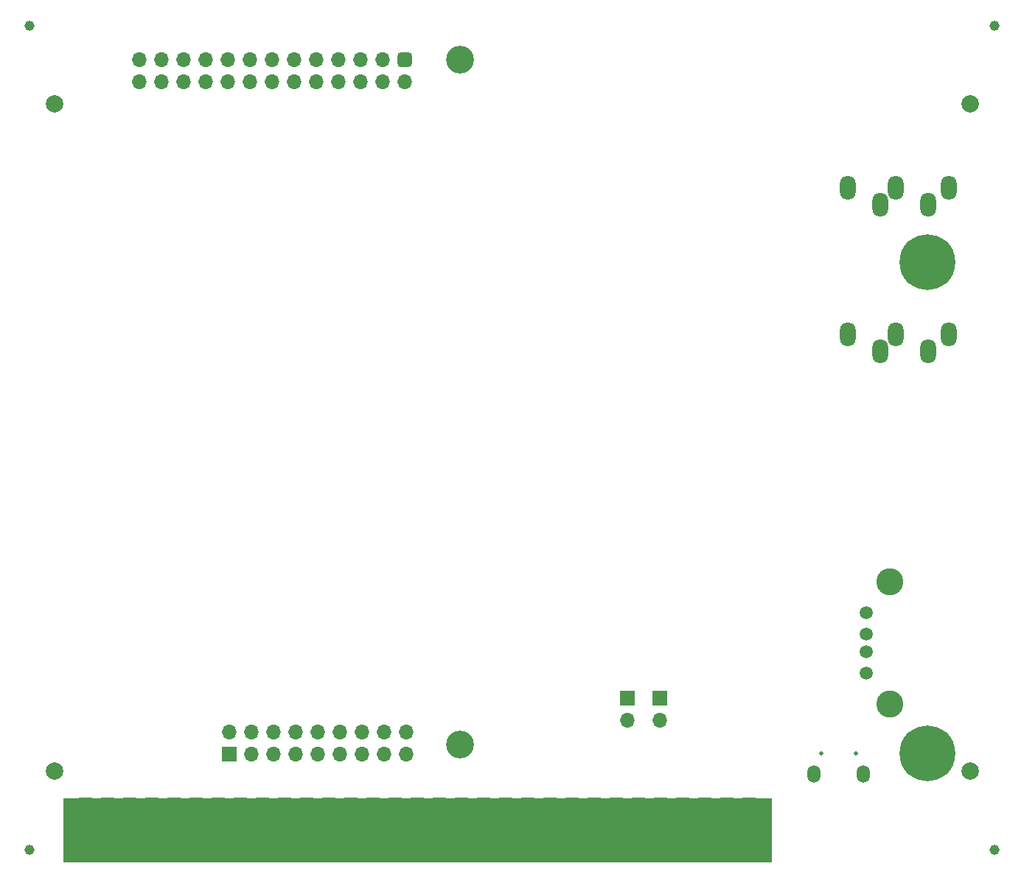
<source format=gbs>
%TF.GenerationSoftware,KiCad,Pcbnew,7.0.7*%
%TF.CreationDate,2023-10-23T19:43:48-06:00*%
%TF.ProjectId,PicoGUS chipdown with edge rails,5069636f-4755-4532-9063-686970646f77,rev?*%
%TF.SameCoordinates,Original*%
%TF.FileFunction,Soldermask,Bot*%
%TF.FilePolarity,Negative*%
%FSLAX46Y46*%
G04 Gerber Fmt 4.6, Leading zero omitted, Abs format (unit mm)*
G04 Created by KiCad (PCBNEW 7.0.7) date 2023-10-23 19:43:48*
%MOMM*%
%LPD*%
G01*
G04 APERTURE LIST*
G04 Aperture macros list*
%AMRoundRect*
0 Rectangle with rounded corners*
0 $1 Rounding radius*
0 $2 $3 $4 $5 $6 $7 $8 $9 X,Y pos of 4 corners*
0 Add a 4 corners polygon primitive as box body*
4,1,4,$2,$3,$4,$5,$6,$7,$8,$9,$2,$3,0*
0 Add four circle primitives for the rounded corners*
1,1,$1+$1,$2,$3*
1,1,$1+$1,$4,$5*
1,1,$1+$1,$6,$7*
1,1,$1+$1,$8,$9*
0 Add four rect primitives between the rounded corners*
20,1,$1+$1,$2,$3,$4,$5,0*
20,1,$1+$1,$4,$5,$6,$7,0*
20,1,$1+$1,$6,$7,$8,$9,0*
20,1,$1+$1,$8,$9,$2,$3,0*%
G04 Aperture macros list end*
%ADD10C,0.100000*%
%ADD11C,6.400000*%
%ADD12C,1.152000*%
%ADD13O,1.800000X2.800000*%
%ADD14R,1.700000X1.700000*%
%ADD15O,1.700000X1.700000*%
%ADD16R,1.524000X6.478000*%
%ADD17R,1.524000X6.458000*%
%ADD18C,0.500000*%
%ADD19O,1.500000X2.000000*%
%ADD20C,3.200000*%
%ADD21RoundRect,0.425000X-0.425000X0.425000X-0.425000X-0.425000X0.425000X-0.425000X0.425000X0.425000X0*%
%ADD22C,1.500000*%
%ADD23C,3.100000*%
%ADD24C,2.000000*%
G04 APERTURE END LIST*
%TO.C,J1*%
D10*
X178282500Y-117101800D02*
X97002500Y-117101800D01*
X97002500Y-109799300D01*
X178282500Y-109799300D01*
X178282500Y-117101800D01*
G36*
X178282500Y-117101800D02*
G01*
X97002500Y-117101800D01*
X97002500Y-109799300D01*
X178282500Y-109799300D01*
X178282500Y-117101800D01*
G37*
%TD*%
D11*
%TO.C,H1*%
X196201200Y-48180500D03*
%TD*%
D12*
%TO.C,KiKit_TO_4*%
X203935000Y-115736250D03*
%TD*%
%TO.C,KiKit_TO_1*%
X93065000Y-21000000D03*
%TD*%
D13*
%TO.C,J7*%
X190742500Y-58477500D03*
X192542500Y-56477500D03*
X198642500Y-56477500D03*
X196242500Y-58477500D03*
X187042500Y-56477500D03*
%TD*%
D12*
%TO.C,KiKit_TO_2*%
X203935000Y-21000000D03*
%TD*%
D14*
%TO.C,J3*%
X116051500Y-104766500D03*
D15*
X116051500Y-102226500D03*
X118591500Y-104766500D03*
X118591500Y-102226500D03*
X121131500Y-104766500D03*
X121131500Y-102226500D03*
X123671500Y-104766500D03*
X123671500Y-102226500D03*
X126211500Y-104766500D03*
X126211500Y-102226500D03*
X128751500Y-104766500D03*
X128751500Y-102226500D03*
X131291500Y-104766500D03*
X131291500Y-102226500D03*
X133831500Y-104766500D03*
X133831500Y-102226500D03*
X136371500Y-104766500D03*
X136371500Y-102226500D03*
%TD*%
D12*
%TO.C,KiKit_TO_3*%
X93065000Y-115736250D03*
%TD*%
D14*
%TO.C,J4*%
X165442500Y-98312500D03*
D15*
X165442500Y-100852500D03*
%TD*%
D13*
%TO.C,J9*%
X190742500Y-41627500D03*
X192542500Y-39627500D03*
X198642500Y-39627500D03*
X196242500Y-41627500D03*
X187042500Y-39627500D03*
%TD*%
D16*
%TO.C,J1*%
X175742500Y-112987500D03*
X173202500Y-112987500D03*
X170662500Y-112987500D03*
X168122500Y-112987500D03*
X165582500Y-112987500D03*
X163042500Y-112987500D03*
X160502500Y-112987500D03*
X157962500Y-112987500D03*
X155422500Y-112987500D03*
X152882500Y-112987500D03*
X150342500Y-112987500D03*
X147802500Y-112987500D03*
X145262500Y-112987500D03*
X142722500Y-112987500D03*
X140182500Y-112987500D03*
X137642500Y-112987500D03*
X135102500Y-112987500D03*
X132562500Y-112987500D03*
X130022500Y-112987500D03*
X127482500Y-112987500D03*
X124942500Y-112987500D03*
X122402500Y-112987500D03*
X119862500Y-112987500D03*
X117322500Y-112987500D03*
X114782500Y-112987500D03*
X112242500Y-112987500D03*
X109702500Y-112987500D03*
X107162500Y-112987500D03*
X104622500Y-112987500D03*
D17*
X102082500Y-112977500D03*
D16*
X99542500Y-112987500D03*
%TD*%
D18*
%TO.C,J6*%
X184027500Y-104656500D03*
X188027500Y-104656500D03*
D19*
X183197500Y-107006500D03*
X188857500Y-107006500D03*
%TD*%
D20*
%TO.C,J8*%
X142542500Y-24947500D03*
X142542500Y-103687500D03*
D21*
X136192500Y-24947500D03*
D15*
X136192500Y-27487500D03*
X133652500Y-24947500D03*
X133652500Y-27487500D03*
X131112500Y-24947500D03*
X131112500Y-27487500D03*
X128572500Y-24947500D03*
X128572500Y-27487500D03*
X126032500Y-24947500D03*
X126032500Y-27487500D03*
X123492500Y-24947500D03*
X123492500Y-27487500D03*
X120952500Y-24947500D03*
X120952500Y-27487500D03*
X118412500Y-24947500D03*
X118412500Y-27487500D03*
X115872500Y-24947500D03*
X115872500Y-27487500D03*
X113332500Y-24947500D03*
X113332500Y-27487500D03*
X110792500Y-24947500D03*
X110792500Y-27487500D03*
X108252500Y-24947500D03*
X108252500Y-27487500D03*
X105712500Y-24947500D03*
X105712500Y-27487500D03*
%TD*%
D11*
%TO.C,H2*%
X196201200Y-104695500D03*
%TD*%
D14*
%TO.C,J10*%
X161742500Y-98312500D03*
D15*
X161742500Y-100852500D03*
%TD*%
D22*
%TO.C,J5*%
X189154700Y-95472500D03*
X189154700Y-92972500D03*
X189154700Y-90972500D03*
X189154700Y-88472500D03*
D23*
X191864700Y-98972500D03*
X191864700Y-84972500D03*
%TD*%
D24*
%TO.C,KiKit_FID_B_1*%
X95915000Y-30000000D03*
%TD*%
%TO.C,KiKit_FID_B_3*%
X95915000Y-106736250D03*
%TD*%
%TO.C,KiKit_FID_B_2*%
X201085000Y-30000000D03*
%TD*%
%TO.C,KiKit_FID_B_4*%
X201085000Y-106736250D03*
%TD*%
M02*

</source>
